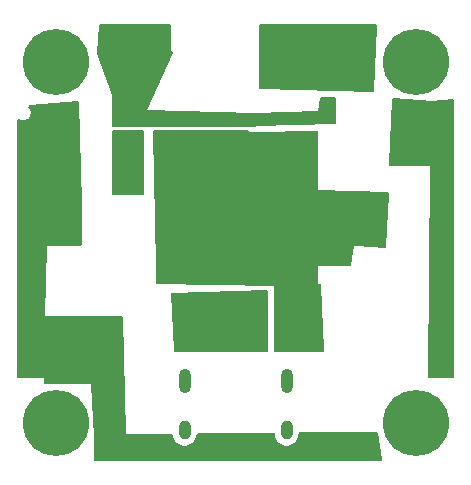
<source format=gbr>
%TF.GenerationSoftware,KiCad,Pcbnew,9.0.7*%
%TF.CreationDate,2026-01-24T01:10:00+08:00*%
%TF.ProjectId,zero star-rounded,7a65726f-2073-4746-9172-2d726f756e64,rev?*%
%TF.SameCoordinates,Original*%
%TF.FileFunction,Copper,L3,Inr*%
%TF.FilePolarity,Positive*%
%FSLAX46Y46*%
G04 Gerber Fmt 4.6, Leading zero omitted, Abs format (unit mm)*
G04 Created by KiCad (PCBNEW 9.0.7) date 2026-01-24 01:10:00*
%MOMM*%
%LPD*%
G01*
G04 APERTURE LIST*
%TA.AperFunction,ComponentPad*%
%ADD10C,5.600000*%
%TD*%
%TA.AperFunction,HeatsinkPad*%
%ADD11O,1.000000X1.600000*%
%TD*%
%TA.AperFunction,HeatsinkPad*%
%ADD12O,1.000000X2.100000*%
%TD*%
G04 APERTURE END LIST*
D10*
%TO.N,N/C*%
%TO.C,REF\u002A\u002A*%
X176750000Y-102250000D03*
%TD*%
%TO.N,N/C*%
%TO.C,REF\u002A\u002A*%
X176750000Y-71750000D03*
%TD*%
%TO.N,N/C*%
%TO.C,REF\u002A\u002A*%
X207250000Y-71750000D03*
%TD*%
%TO.N,N/C*%
%TO.C,REF\u002A\u002A*%
X207250000Y-102250000D03*
%TD*%
D11*
%TO.N,GND*%
%TO.C,J1*%
X196320000Y-102900000D03*
D12*
X196320000Y-98720000D03*
D11*
X187680000Y-102900000D03*
D12*
X187680000Y-98720000D03*
%TD*%
%TA.AperFunction,Conductor*%
%TO.N,+5V*%
G36*
X203959738Y-103020104D02*
G01*
X204006041Y-103072428D01*
X204016347Y-103106257D01*
X204362560Y-105356645D01*
X204353298Y-105425898D01*
X204308066Y-105479150D01*
X204241223Y-105499494D01*
X204240002Y-105499500D01*
X180124000Y-105499500D01*
X180056961Y-105479815D01*
X180011206Y-105427011D01*
X180000000Y-105375500D01*
X180000000Y-103500001D01*
X180000000Y-103500000D01*
X182750000Y-103250000D01*
X182749284Y-103221361D01*
X186554317Y-103181725D01*
X186621555Y-103200710D01*
X186667858Y-103253034D01*
X186679008Y-103293557D01*
X186679498Y-103298537D01*
X186717947Y-103491829D01*
X186717950Y-103491839D01*
X186793364Y-103673907D01*
X186793371Y-103673920D01*
X186902860Y-103837781D01*
X186902863Y-103837785D01*
X187042214Y-103977136D01*
X187042218Y-103977139D01*
X187206079Y-104086628D01*
X187206092Y-104086635D01*
X187388160Y-104162049D01*
X187388165Y-104162051D01*
X187388169Y-104162051D01*
X187388170Y-104162052D01*
X187581456Y-104200500D01*
X187581459Y-104200500D01*
X187778543Y-104200500D01*
X187908582Y-104174632D01*
X187971835Y-104162051D01*
X188153914Y-104086632D01*
X188317782Y-103977139D01*
X188457139Y-103837782D01*
X188566632Y-103673914D01*
X188642051Y-103491835D01*
X188680500Y-103298541D01*
X188680500Y-103282291D01*
X188700185Y-103215252D01*
X188752989Y-103169497D01*
X188803198Y-103158300D01*
X195194211Y-103091726D01*
X195261449Y-103110711D01*
X195307752Y-103163035D01*
X195319500Y-103215719D01*
X195319500Y-103298541D01*
X195319500Y-103298543D01*
X195319499Y-103298543D01*
X195357947Y-103491829D01*
X195357950Y-103491839D01*
X195433364Y-103673907D01*
X195433371Y-103673920D01*
X195542860Y-103837781D01*
X195542863Y-103837785D01*
X195682214Y-103977136D01*
X195682218Y-103977139D01*
X195846079Y-104086628D01*
X195846092Y-104086635D01*
X196028160Y-104162049D01*
X196028165Y-104162051D01*
X196028169Y-104162051D01*
X196028170Y-104162052D01*
X196221456Y-104200500D01*
X196221459Y-104200500D01*
X196418543Y-104200500D01*
X196548582Y-104174632D01*
X196611835Y-104162051D01*
X196793914Y-104086632D01*
X196957782Y-103977139D01*
X197097139Y-103837782D01*
X197206632Y-103673914D01*
X197282051Y-103491835D01*
X197320500Y-103298541D01*
X197320500Y-103192291D01*
X197340185Y-103125252D01*
X197392989Y-103079497D01*
X197443198Y-103068300D01*
X203892499Y-103001119D01*
X203959738Y-103020104D01*
G37*
%TD.AperFunction*%
%TD*%
%TA.AperFunction,Conductor*%
%TO.N,+5V*%
G36*
X182446101Y-93269685D02*
G01*
X182491856Y-93322489D01*
X182503023Y-93370901D01*
X182749283Y-103221360D01*
X182749284Y-103221361D01*
X182750000Y-103250000D01*
X180000000Y-103500000D01*
X179999999Y-103499978D01*
X179750000Y-99000000D01*
X175874000Y-99000000D01*
X175806961Y-98980315D01*
X175761206Y-98927511D01*
X175750000Y-98876000D01*
X175750000Y-98500000D01*
X175750000Y-93250000D01*
X175866667Y-93250000D01*
X182379062Y-93250000D01*
X182446101Y-93269685D01*
G37*
%TD.AperFunction*%
%TD*%
%TA.AperFunction,Conductor*%
%TO.N,+5V*%
G36*
X178687555Y-75025188D02*
G01*
X178737712Y-75073830D01*
X178753753Y-75131378D01*
X178999949Y-83748215D01*
X179000000Y-83751756D01*
X179000000Y-87126000D01*
X178980315Y-87193039D01*
X178927511Y-87238794D01*
X178876000Y-87250000D01*
X176000000Y-87250000D01*
X175866667Y-93250000D01*
X175750000Y-93250000D01*
X175750000Y-98500000D01*
X173624500Y-98500000D01*
X173557461Y-98480315D01*
X173511706Y-98427511D01*
X173500500Y-98376000D01*
X173500500Y-76680581D01*
X173520185Y-76613542D01*
X173572989Y-76567787D01*
X173642147Y-76557843D01*
X173685943Y-76574629D01*
X173686498Y-76573592D01*
X173691872Y-76576464D01*
X173691873Y-76576465D01*
X173810256Y-76625501D01*
X173810260Y-76625501D01*
X173810261Y-76625502D01*
X173935928Y-76650500D01*
X173935931Y-76650500D01*
X174064071Y-76650500D01*
X174148615Y-76633682D01*
X174189744Y-76625501D01*
X174308127Y-76576465D01*
X174414669Y-76505276D01*
X174505276Y-76414669D01*
X174576465Y-76308127D01*
X174625501Y-76189744D01*
X174650500Y-76064069D01*
X174650500Y-75935931D01*
X174650500Y-75935928D01*
X174625502Y-75810261D01*
X174625501Y-75810260D01*
X174625501Y-75810256D01*
X174576465Y-75691873D01*
X174576464Y-75691872D01*
X174576461Y-75691866D01*
X174505276Y-75585331D01*
X174505273Y-75585327D01*
X174494512Y-75574566D01*
X174461027Y-75513243D01*
X174466011Y-75443551D01*
X174507883Y-75387618D01*
X174571447Y-75363352D01*
X178619065Y-75011385D01*
X178687555Y-75025188D01*
G37*
%TD.AperFunction*%
%TD*%
%TA.AperFunction,Conductor*%
%TO.N,+5V*%
G36*
X208750000Y-75000000D02*
G01*
X208750000Y-80500000D01*
X205129508Y-80500000D01*
X205062469Y-80480315D01*
X205016714Y-80427511D01*
X205005625Y-80370614D01*
X205244461Y-74877380D01*
X205267039Y-74811262D01*
X205321781Y-74767844D01*
X205377178Y-74759084D01*
X208750000Y-75000000D01*
G37*
%TD.AperFunction*%
%TD*%
%TA.AperFunction,Conductor*%
%TO.N,VBAT*%
G36*
X190518163Y-75934044D02*
G01*
X193652075Y-75998002D01*
X193652084Y-75998001D01*
X193652116Y-75998001D01*
X193609107Y-75999393D01*
X193496607Y-77174393D01*
X193749998Y-77168083D01*
X193732320Y-77186207D01*
X193730315Y-77193039D01*
X193677511Y-77238794D01*
X193626000Y-77250000D01*
X181624000Y-77250000D01*
X181556961Y-77230315D01*
X181511206Y-77177511D01*
X181500000Y-77126000D01*
X181500000Y-77000000D01*
X184000000Y-77000000D01*
X184522856Y-75811690D01*
X190518163Y-75934044D01*
G37*
%TD.AperFunction*%
%TD*%
%TA.AperFunction,Conductor*%
%TO.N,+3.3V*%
G36*
X203917960Y-68520185D02*
G01*
X203963715Y-68572989D01*
X203974822Y-68629456D01*
X203754885Y-74127863D01*
X203732537Y-74194062D01*
X203677946Y-74237670D01*
X203627806Y-74246866D01*
X194120822Y-74003098D01*
X194054309Y-73981702D01*
X194009922Y-73927742D01*
X194000000Y-73879139D01*
X194000000Y-68624500D01*
X194019685Y-68557461D01*
X194072489Y-68511706D01*
X194124000Y-68500500D01*
X203850921Y-68500500D01*
X203917960Y-68520185D01*
G37*
%TD.AperFunction*%
%TD*%
%TA.AperFunction,Conductor*%
%TO.N,VBAT*%
G36*
X186619635Y-70774712D02*
G01*
X186667386Y-70825718D01*
X186679980Y-70894443D01*
X186670154Y-70931467D01*
X184522855Y-75811689D01*
X184522855Y-75811690D01*
X184000000Y-77000000D01*
X181500000Y-77000000D01*
X181500000Y-74500000D01*
X180259022Y-71025263D01*
X180257647Y-71014737D01*
X180254332Y-71008493D01*
X180253815Y-70999853D01*
X186551891Y-70757619D01*
X186619635Y-70774712D01*
G37*
%TD.AperFunction*%
%TD*%
%TA.AperFunction,Conductor*%
%TO.N,+5V*%
G36*
X210432820Y-74844054D02*
G01*
X210483167Y-74892499D01*
X210499500Y-74954011D01*
X210499500Y-98376000D01*
X210479815Y-98443039D01*
X210427011Y-98488794D01*
X210375500Y-98500000D01*
X208375326Y-98500000D01*
X208308287Y-98480315D01*
X208262532Y-98427511D01*
X208251333Y-98374681D01*
X208441489Y-80500000D01*
X208750000Y-80500000D01*
X208750000Y-75000000D01*
X208609999Y-74989999D01*
X210364275Y-74830520D01*
X210432820Y-74844054D01*
G37*
%TD.AperFunction*%
%TD*%
%TA.AperFunction,Conductor*%
%TO.N,VBAT*%
G36*
X186443039Y-68520185D02*
G01*
X186488794Y-68572989D01*
X186500000Y-68624500D01*
X186500000Y-70759614D01*
X186500000Y-70759615D01*
X180255693Y-70999781D01*
X180252228Y-70973263D01*
X180448816Y-68614202D01*
X180474000Y-68549029D01*
X180530422Y-68507817D01*
X180572388Y-68500500D01*
X186376000Y-68500500D01*
X186443039Y-68520185D01*
G37*
%TD.AperFunction*%
%TD*%
%TA.AperFunction,Conductor*%
%TO.N,+9V*%
G36*
X184193039Y-77525185D02*
G01*
X184238794Y-77577989D01*
X184250000Y-77629500D01*
X184250000Y-82876000D01*
X184230315Y-82943039D01*
X184177511Y-82988794D01*
X184126000Y-83000000D01*
X181624000Y-83000000D01*
X181556961Y-82980315D01*
X181511206Y-82927511D01*
X181500000Y-82876000D01*
X181500000Y-77629500D01*
X181519685Y-77562461D01*
X181572489Y-77516706D01*
X181624000Y-77505500D01*
X184126000Y-77505500D01*
X184193039Y-77525185D01*
G37*
%TD.AperFunction*%
%TD*%
%TA.AperFunction,Conductor*%
%TO.N,+3.3V*%
G36*
X199000000Y-82510000D02*
G01*
X204874527Y-82744981D01*
X204940726Y-82767329D01*
X204984334Y-82821920D01*
X204993400Y-82875399D01*
X204756770Y-87371363D01*
X204733589Y-87437276D01*
X204678453Y-87480192D01*
X204621715Y-87488337D01*
X202291300Y-87276481D01*
X202000000Y-87250000D01*
X201999999Y-87250000D01*
X201765209Y-88893536D01*
X201736241Y-88957118D01*
X201677497Y-88994946D01*
X201642455Y-89000000D01*
X199000000Y-89000000D01*
X198750000Y-82500000D01*
X199000000Y-82510000D01*
G37*
%TD.AperFunction*%
%TD*%
%TA.AperFunction,Conductor*%
%TO.N,+5V*%
G36*
X194684349Y-91021682D02*
G01*
X194731682Y-91073076D01*
X194744500Y-91127980D01*
X194744500Y-96126000D01*
X194724815Y-96193039D01*
X194672011Y-96238794D01*
X194620500Y-96250000D01*
X186867955Y-96250000D01*
X186800916Y-96230315D01*
X186755161Y-96177511D01*
X186744110Y-96132192D01*
X186506315Y-91376304D01*
X186522627Y-91308365D01*
X186573080Y-91260031D01*
X186626401Y-91246169D01*
X194616747Y-91004037D01*
X194684349Y-91021682D01*
G37*
%TD.AperFunction*%
%TD*%
%TA.AperFunction,Conductor*%
%TO.N,VBAT*%
G36*
X200379180Y-74669234D02*
G01*
X200445691Y-74690630D01*
X200490078Y-74744590D01*
X200500000Y-74793193D01*
X200500000Y-76879048D01*
X200480315Y-76946087D01*
X200427511Y-76991842D01*
X200379087Y-77003010D01*
X193749999Y-77168083D01*
X193749998Y-77168083D01*
X193496607Y-77174393D01*
X193609107Y-75999393D01*
X199000000Y-75825000D01*
X199171270Y-74745998D01*
X199201219Y-74682878D01*
X199260543Y-74645967D01*
X199296906Y-74641483D01*
X200379180Y-74669234D01*
G37*
%TD.AperFunction*%
%TD*%
%TA.AperFunction,Conductor*%
%TO.N,+3.3V*%
G36*
X193134146Y-77525185D02*
G01*
X193145952Y-77533795D01*
X193233984Y-77606318D01*
X193333560Y-77648830D01*
X193366306Y-77662811D01*
X193366307Y-77662811D01*
X193366309Y-77662812D01*
X193509191Y-77679736D01*
X198872915Y-77546171D01*
X198940422Y-77564181D01*
X198987477Y-77615830D01*
X199000000Y-77670133D01*
X199000000Y-82510000D01*
X198750000Y-82500000D01*
X199000000Y-89000000D01*
X199000000Y-90500000D01*
X195250000Y-90500000D01*
X195250000Y-90681818D01*
X185369426Y-90502171D01*
X185302755Y-90481270D01*
X185257968Y-90427643D01*
X185247703Y-90380575D01*
X185221153Y-89000000D01*
X185002536Y-77631883D01*
X185020928Y-77564479D01*
X185072842Y-77517717D01*
X185126513Y-77505500D01*
X193067107Y-77505500D01*
X193134146Y-77525185D01*
G37*
%TD.AperFunction*%
%TD*%
%TA.AperFunction,Conductor*%
%TO.N,+3.3V*%
G36*
X199198313Y-90519685D02*
G01*
X199244068Y-90572489D01*
X199255157Y-90618614D01*
X199494375Y-96120614D01*
X199477621Y-96188445D01*
X199426854Y-96236450D01*
X199370492Y-96250000D01*
X195374000Y-96250000D01*
X195306961Y-96230315D01*
X195261206Y-96177511D01*
X195250000Y-96126000D01*
X195250000Y-90681818D01*
X195250000Y-90500000D01*
X199000000Y-90500000D01*
X199131274Y-90500000D01*
X199198313Y-90519685D01*
G37*
%TD.AperFunction*%
%TD*%
M02*

</source>
